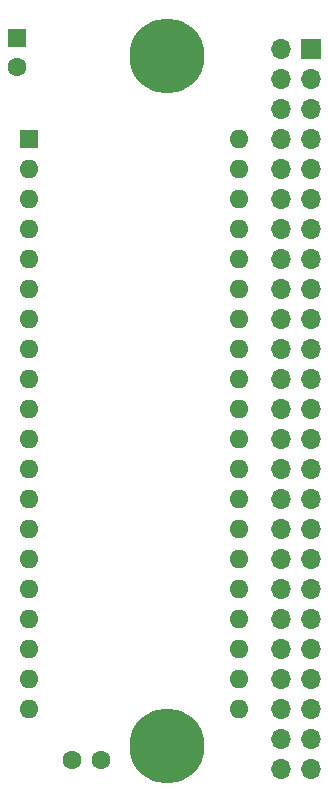
<source format=gts>
G04 #@! TF.GenerationSoftware,KiCad,Pcbnew,(6.0.1)*
G04 #@! TF.CreationDate,2022-08-31T09:04:51-04:00*
G04 #@! TF.ProjectId,ITX-PI-PICO,4954582d-5049-42d5-9049-434f2e6b6963,1*
G04 #@! TF.SameCoordinates,Original*
G04 #@! TF.FileFunction,Soldermask,Top*
G04 #@! TF.FilePolarity,Negative*
%FSLAX46Y46*%
G04 Gerber Fmt 4.6, Leading zero omitted, Abs format (unit mm)*
G04 Created by KiCad (PCBNEW (6.0.1)) date 2022-08-31 09:04:51*
%MOMM*%
%LPD*%
G01*
G04 APERTURE LIST*
%ADD10R,1.600000X1.600000*%
%ADD11O,1.600000X1.600000*%
%ADD12C,6.350000*%
%ADD13C,1.600000*%
%ADD14R,1.700000X1.700000*%
%ADD15O,1.700000X1.700000*%
G04 APERTURE END LIST*
D10*
X88641000Y-66045000D03*
D11*
X88641000Y-68585000D03*
X88641000Y-71125000D03*
X88641000Y-73665000D03*
X88641000Y-76205000D03*
X88641000Y-78745000D03*
X88641000Y-81285000D03*
X88641000Y-83825000D03*
X88641000Y-86365000D03*
X88641000Y-88905000D03*
X88641000Y-91445000D03*
X88641000Y-93985000D03*
X88641000Y-96525000D03*
X88641000Y-99065000D03*
X88641000Y-101605000D03*
X88641000Y-104145000D03*
X88641000Y-106685000D03*
X88641000Y-109225000D03*
X88641000Y-111765000D03*
X88641000Y-114305000D03*
X106421000Y-114305000D03*
X106421000Y-111765000D03*
X106421000Y-109225000D03*
X106421000Y-106685000D03*
X106421000Y-104145000D03*
X106421000Y-101605000D03*
X106421000Y-99065000D03*
X106421000Y-96525000D03*
X106421000Y-93985000D03*
X106421000Y-91445000D03*
X106421000Y-88905000D03*
X106421000Y-86365000D03*
X106421000Y-83825000D03*
X106421000Y-81285000D03*
X106421000Y-78745000D03*
X106421000Y-76205000D03*
X106421000Y-73665000D03*
X106421000Y-71125000D03*
X106421000Y-68585000D03*
X106421000Y-66045000D03*
D12*
X100330000Y-117475000D03*
D13*
X92222000Y-118618000D03*
X94722000Y-118618000D03*
D14*
X112460000Y-58415000D03*
D15*
X109920000Y-58415000D03*
X112460000Y-60955000D03*
X109920000Y-60955000D03*
X112460000Y-63495000D03*
X109920000Y-63495000D03*
X112460000Y-66035000D03*
X109920000Y-66035000D03*
X112460000Y-68575000D03*
X109920000Y-68575000D03*
X112460000Y-71115000D03*
X109920000Y-71115000D03*
X112460000Y-73655000D03*
X109920000Y-73655000D03*
X112460000Y-76195000D03*
X109920000Y-76195000D03*
X112460000Y-78735000D03*
X109920000Y-78735000D03*
X112460000Y-81275000D03*
X109920000Y-81275000D03*
X112460000Y-83815000D03*
X109920000Y-83815000D03*
X112460000Y-86355000D03*
X109920000Y-86355000D03*
X112460000Y-88895000D03*
X109920000Y-88895000D03*
X112460000Y-91435000D03*
X109920000Y-91435000D03*
X112460000Y-93975000D03*
X109920000Y-93975000D03*
X112460000Y-96515000D03*
X109920000Y-96515000D03*
X112460000Y-99055000D03*
X109920000Y-99055000D03*
X112460000Y-101595000D03*
X109920000Y-101595000D03*
X112460000Y-104135000D03*
X109920000Y-104135000D03*
X112460000Y-106675000D03*
X109920000Y-106675000D03*
X112460000Y-109215000D03*
X109920000Y-109215000D03*
X112460000Y-111755000D03*
X109920000Y-111755000D03*
X112460000Y-114295000D03*
X109920000Y-114295000D03*
X112460000Y-116835000D03*
X109920000Y-116835000D03*
X112460000Y-119375000D03*
X109920000Y-119375000D03*
D10*
X87630000Y-57468888D03*
D13*
X87630000Y-59968888D03*
D12*
X100330000Y-59055000D03*
M02*

</source>
